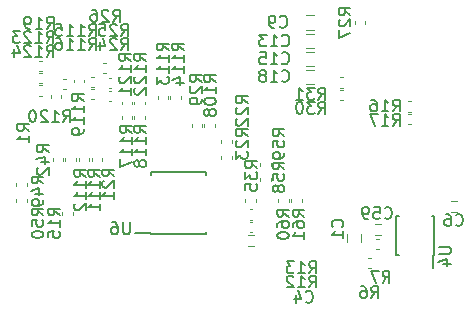
<source format=gbr>
G04 #@! TF.GenerationSoftware,KiCad,Pcbnew,(5.1.5)-3*
G04 #@! TF.CreationDate,2022-01-27T06:12:11+01:00*
G04 #@! TF.ProjectId,Riser Tioga Pass 1OU 1xPCIe x16,52697365-7220-4546-996f-676120506173,rev?*
G04 #@! TF.SameCoordinates,PX40f1fa0PY623a7c0*
G04 #@! TF.FileFunction,Legend,Bot*
G04 #@! TF.FilePolarity,Positive*
%FSLAX46Y46*%
G04 Gerber Fmt 4.6, Leading zero omitted, Abs format (unit mm)*
G04 Created by KiCad (PCBNEW (5.1.5)-3) date 2022-01-27 06:12:11*
%MOMM*%
%LPD*%
G04 APERTURE LIST*
%ADD10C,0.120000*%
%ADD11C,0.150000*%
G04 APERTURE END LIST*
D10*
X690000Y-6505000D02*
X690000Y-6745000D01*
X-190000Y-6745000D02*
X-190000Y-6505000D01*
X2575000Y-15470000D02*
X2075000Y-15470000D01*
X2075000Y-14530000D02*
X2575000Y-14530000D01*
X19775000Y-12545000D02*
X19275000Y-12545000D01*
X19275000Y-11605000D02*
X19775000Y-11605000D01*
X12825000Y-13605000D02*
X13325000Y-13605000D01*
X13325000Y-14545000D02*
X12825000Y-14545000D01*
X10475000Y-14425000D02*
X10475000Y-15125000D01*
X11675000Y-15125000D02*
X11675000Y-14425000D01*
X7650000Y4075000D02*
X6950000Y4075000D01*
X6950000Y2875000D02*
X7650000Y2875000D01*
X6950000Y1325000D02*
X7650000Y1325000D01*
X7650000Y2525000D02*
X6950000Y2525000D01*
X6950000Y-200000D02*
X7650000Y-200000D01*
X7650000Y1000000D02*
X6950000Y1000000D01*
X7675000Y-550000D02*
X6975000Y-550000D01*
X6975000Y-1750000D02*
X7675000Y-1750000D01*
D11*
X-6100000Y-14325000D02*
X-7450000Y-14325000D01*
X-6100000Y-9200000D02*
X-1450000Y-9200000D01*
X-6100000Y-14450000D02*
X-1450000Y-14450000D01*
X-6100000Y-9200000D02*
X-6100000Y-9425000D01*
X-1450000Y-9200000D02*
X-1450000Y-9425000D01*
X-1450000Y-14450000D02*
X-1450000Y-14225000D01*
X-6100000Y-14450000D02*
X-6100000Y-14325000D01*
D10*
X-13735000Y-2680000D02*
X-13735000Y-2920000D01*
X-14615000Y-2920000D02*
X-14615000Y-2680000D01*
X12230000Y-16435000D02*
X12470000Y-16435000D01*
X12470000Y-17315000D02*
X12230000Y-17315000D01*
X13195000Y-15740000D02*
X12955000Y-15740000D01*
X12955000Y-14860000D02*
X13195000Y-14860000D01*
X2205000Y-13410000D02*
X2445000Y-13410000D01*
X2445000Y-14290000D02*
X2205000Y-14290000D01*
X2445000Y-13215000D02*
X2205000Y-13215000D01*
X2205000Y-12335000D02*
X2445000Y-12335000D01*
X-13640000Y-12855000D02*
X-13640000Y-12615000D01*
X-12760000Y-12615000D02*
X-12760000Y-12855000D01*
X15630000Y-3185000D02*
X15870000Y-3185000D01*
X15870000Y-4065000D02*
X15630000Y-4065000D01*
X15870000Y-5140000D02*
X15630000Y-5140000D01*
X15630000Y-4260000D02*
X15870000Y-4260000D01*
X-15355000Y-640000D02*
X-15595000Y-640000D01*
X-15595000Y240000D02*
X-15355000Y240000D01*
X-11165000Y-8270000D02*
X-11165000Y-8030000D01*
X-10285000Y-8030000D02*
X-10285000Y-8270000D01*
X-190000Y-8045000D02*
X-190000Y-7805000D01*
X690000Y-7805000D02*
X690000Y-8045000D01*
X-9480000Y-3215000D02*
X-9720000Y-3215000D01*
X-9720000Y-2335000D02*
X-9480000Y-2335000D01*
X-9720000Y-1235000D02*
X-9480000Y-1235000D01*
X-9480000Y-2115000D02*
X-9720000Y-2115000D01*
X-9930000Y-815000D02*
X-10170000Y-815000D01*
X-10170000Y65000D02*
X-9930000Y65000D01*
X11990000Y3570000D02*
X11990000Y3330000D01*
X11110000Y3330000D02*
X11110000Y3570000D01*
X-2690000Y-5335000D02*
X-2690000Y-5095000D01*
X-1810000Y-5095000D02*
X-1810000Y-5335000D01*
X10145000Y-3115000D02*
X9905000Y-3115000D01*
X9905000Y-2235000D02*
X10145000Y-2235000D01*
X9905000Y-1185000D02*
X10145000Y-1185000D01*
X10145000Y-2065000D02*
X9905000Y-2065000D01*
X1835000Y-11695000D02*
X1835000Y-11455000D01*
X2715000Y-11455000D02*
X2715000Y-11695000D01*
X-13560000Y-8030000D02*
X-13560000Y-8270000D01*
X-14440000Y-8270000D02*
X-14440000Y-8030000D01*
X-16660000Y-10130000D02*
X-16660000Y-10370000D01*
X-17540000Y-10370000D02*
X-17540000Y-10130000D01*
X-17540000Y-11720000D02*
X-17540000Y-11480000D01*
X-16660000Y-11480000D02*
X-16660000Y-11720000D01*
X3135000Y-9970000D02*
X3135000Y-9730000D01*
X4015000Y-9730000D02*
X4015000Y-9970000D01*
X4015000Y-8455000D02*
X4015000Y-8695000D01*
X3135000Y-8695000D02*
X3135000Y-8455000D01*
X4660000Y-11720000D02*
X4660000Y-11480000D01*
X5540000Y-11480000D02*
X5540000Y-11720000D01*
X5735000Y-11720000D02*
X5735000Y-11480000D01*
X6615000Y-11480000D02*
X6615000Y-11720000D01*
X-735000Y-5105000D02*
X-735000Y-5345000D01*
X-1615000Y-5345000D02*
X-1615000Y-5105000D01*
X-11360000Y-8030000D02*
X-11360000Y-8270000D01*
X-12240000Y-8270000D02*
X-12240000Y-8030000D01*
X-13390000Y-8270000D02*
X-13390000Y-8030000D01*
X-12510000Y-8030000D02*
X-12510000Y-8270000D01*
X-5565000Y-3020000D02*
X-5565000Y-2780000D01*
X-4685000Y-2780000D02*
X-4685000Y-3020000D01*
X-4515000Y-3020000D02*
X-4515000Y-2780000D01*
X-3635000Y-2780000D02*
X-3635000Y-3020000D01*
X-10980000Y-1990000D02*
X-11220000Y-1990000D01*
X-11220000Y-1110000D02*
X-10980000Y-1110000D01*
X-10980000Y-3040000D02*
X-11220000Y-3040000D01*
X-11220000Y-2160000D02*
X-10980000Y-2160000D01*
X-7735000Y-4480000D02*
X-7735000Y-4720000D01*
X-8615000Y-4720000D02*
X-8615000Y-4480000D01*
X-6685000Y-4480000D02*
X-6685000Y-4720000D01*
X-7565000Y-4720000D02*
X-7565000Y-4480000D01*
X-11785000Y-1355000D02*
X-11785000Y-1595000D01*
X-12665000Y-1595000D02*
X-12665000Y-1355000D01*
X-13365000Y-2165000D02*
X-13605000Y-2165000D01*
X-13605000Y-1285000D02*
X-13365000Y-1285000D01*
X-8615000Y-3470000D02*
X-8615000Y-3230000D01*
X-7735000Y-3230000D02*
X-7735000Y-3470000D01*
X-7565000Y-3470000D02*
X-7565000Y-3230000D01*
X-6685000Y-3230000D02*
X-6685000Y-3470000D01*
X-15355000Y-1690000D02*
X-15595000Y-1690000D01*
X-15595000Y-810000D02*
X-15355000Y-810000D01*
X-15355000Y-2740000D02*
X-15595000Y-2740000D01*
X-15595000Y-1860000D02*
X-15355000Y-1860000D01*
D11*
X17725000Y-16200000D02*
X17725000Y-17275000D01*
X14600000Y-16200000D02*
X14600000Y-12950000D01*
X17850000Y-16200000D02*
X17850000Y-12950000D01*
X14600000Y-16200000D02*
X14825000Y-16200000D01*
X14600000Y-12950000D02*
X14825000Y-12950000D01*
X17850000Y-12950000D02*
X17625000Y-12950000D01*
X17850000Y-16200000D02*
X17725000Y-16200000D01*
X2052380Y-3357142D02*
X1576190Y-3023809D01*
X2052380Y-2785714D02*
X1052380Y-2785714D01*
X1052380Y-3166666D01*
X1100000Y-3261904D01*
X1147619Y-3309523D01*
X1242857Y-3357142D01*
X1385714Y-3357142D01*
X1480952Y-3309523D01*
X1528571Y-3261904D01*
X1576190Y-3166666D01*
X1576190Y-2785714D01*
X1147619Y-3738095D02*
X1100000Y-3785714D01*
X1052380Y-3880952D01*
X1052380Y-4119047D01*
X1100000Y-4214285D01*
X1147619Y-4261904D01*
X1242857Y-4309523D01*
X1338095Y-4309523D01*
X1480952Y-4261904D01*
X2052380Y-3690476D01*
X2052380Y-4309523D01*
X1147619Y-4690476D02*
X1100000Y-4738095D01*
X1052380Y-4833333D01*
X1052380Y-5071428D01*
X1100000Y-5166666D01*
X1147619Y-5214285D01*
X1242857Y-5261904D01*
X1338095Y-5261904D01*
X1480952Y-5214285D01*
X2052380Y-4642857D01*
X2052380Y-5261904D01*
X6966666Y-20157142D02*
X7014285Y-20204761D01*
X7157142Y-20252380D01*
X7252380Y-20252380D01*
X7395238Y-20204761D01*
X7490476Y-20109523D01*
X7538095Y-20014285D01*
X7585714Y-19823809D01*
X7585714Y-19680952D01*
X7538095Y-19490476D01*
X7490476Y-19395238D01*
X7395238Y-19300000D01*
X7252380Y-19252380D01*
X7157142Y-19252380D01*
X7014285Y-19300000D01*
X6966666Y-19347619D01*
X6109523Y-19585714D02*
X6109523Y-20252380D01*
X6347619Y-19204761D02*
X6585714Y-19919047D01*
X5966666Y-19919047D01*
X19666666Y-13657142D02*
X19714285Y-13704761D01*
X19857142Y-13752380D01*
X19952380Y-13752380D01*
X20095238Y-13704761D01*
X20190476Y-13609523D01*
X20238095Y-13514285D01*
X20285714Y-13323809D01*
X20285714Y-13180952D01*
X20238095Y-12990476D01*
X20190476Y-12895238D01*
X20095238Y-12800000D01*
X19952380Y-12752380D01*
X19857142Y-12752380D01*
X19714285Y-12800000D01*
X19666666Y-12847619D01*
X18809523Y-12752380D02*
X19000000Y-12752380D01*
X19095238Y-12800000D01*
X19142857Y-12847619D01*
X19238095Y-12990476D01*
X19285714Y-13180952D01*
X19285714Y-13561904D01*
X19238095Y-13657142D01*
X19190476Y-13704761D01*
X19095238Y-13752380D01*
X18904761Y-13752380D01*
X18809523Y-13704761D01*
X18761904Y-13657142D01*
X18714285Y-13561904D01*
X18714285Y-13323809D01*
X18761904Y-13228571D01*
X18809523Y-13180952D01*
X18904761Y-13133333D01*
X19095238Y-13133333D01*
X19190476Y-13180952D01*
X19238095Y-13228571D01*
X19285714Y-13323809D01*
X13642857Y-13057142D02*
X13690476Y-13104761D01*
X13833333Y-13152380D01*
X13928571Y-13152380D01*
X14071428Y-13104761D01*
X14166666Y-13009523D01*
X14214285Y-12914285D01*
X14261904Y-12723809D01*
X14261904Y-12580952D01*
X14214285Y-12390476D01*
X14166666Y-12295238D01*
X14071428Y-12200000D01*
X13928571Y-12152380D01*
X13833333Y-12152380D01*
X13690476Y-12200000D01*
X13642857Y-12247619D01*
X12738095Y-12152380D02*
X13214285Y-12152380D01*
X13261904Y-12628571D01*
X13214285Y-12580952D01*
X13119047Y-12533333D01*
X12880952Y-12533333D01*
X12785714Y-12580952D01*
X12738095Y-12628571D01*
X12690476Y-12723809D01*
X12690476Y-12961904D01*
X12738095Y-13057142D01*
X12785714Y-13104761D01*
X12880952Y-13152380D01*
X13119047Y-13152380D01*
X13214285Y-13104761D01*
X13261904Y-13057142D01*
X12214285Y-13152380D02*
X12023809Y-13152380D01*
X11928571Y-13104761D01*
X11880952Y-13057142D01*
X11785714Y-12914285D01*
X11738095Y-12723809D01*
X11738095Y-12342857D01*
X11785714Y-12247619D01*
X11833333Y-12200000D01*
X11928571Y-12152380D01*
X12119047Y-12152380D01*
X12214285Y-12200000D01*
X12261904Y-12247619D01*
X12309523Y-12342857D01*
X12309523Y-12580952D01*
X12261904Y-12676190D01*
X12214285Y-12723809D01*
X12119047Y-12771428D01*
X11928571Y-12771428D01*
X11833333Y-12723809D01*
X11785714Y-12676190D01*
X11738095Y-12580952D01*
X10057142Y-13833333D02*
X10104761Y-13785714D01*
X10152380Y-13642857D01*
X10152380Y-13547619D01*
X10104761Y-13404761D01*
X10009523Y-13309523D01*
X9914285Y-13261904D01*
X9723809Y-13214285D01*
X9580952Y-13214285D01*
X9390476Y-13261904D01*
X9295238Y-13309523D01*
X9200000Y-13404761D01*
X9152380Y-13547619D01*
X9152380Y-13642857D01*
X9200000Y-13785714D01*
X9247619Y-13833333D01*
X10152380Y-14785714D02*
X10152380Y-14214285D01*
X10152380Y-14500000D02*
X9152380Y-14500000D01*
X9295238Y-14404761D01*
X9390476Y-14309523D01*
X9438095Y-14214285D01*
X4766666Y3142858D02*
X4814285Y3095239D01*
X4957142Y3047620D01*
X5052380Y3047620D01*
X5195238Y3095239D01*
X5290476Y3190477D01*
X5338095Y3285715D01*
X5385714Y3476191D01*
X5385714Y3619048D01*
X5338095Y3809524D01*
X5290476Y3904762D01*
X5195238Y4000000D01*
X5052380Y4047620D01*
X4957142Y4047620D01*
X4814285Y4000000D01*
X4766666Y3952381D01*
X4290476Y3047620D02*
X4100000Y3047620D01*
X4004761Y3095239D01*
X3957142Y3142858D01*
X3861904Y3285715D01*
X3814285Y3476191D01*
X3814285Y3857143D01*
X3861904Y3952381D01*
X3909523Y4000000D01*
X4004761Y4047620D01*
X4195238Y4047620D01*
X4290476Y4000000D01*
X4338095Y3952381D01*
X4385714Y3857143D01*
X4385714Y3619048D01*
X4338095Y3523810D01*
X4290476Y3476191D01*
X4195238Y3428572D01*
X4004761Y3428572D01*
X3909523Y3476191D01*
X3861904Y3523810D01*
X3814285Y3619048D01*
X4942857Y1542858D02*
X4990476Y1495239D01*
X5133333Y1447620D01*
X5228571Y1447620D01*
X5371428Y1495239D01*
X5466666Y1590477D01*
X5514285Y1685715D01*
X5561904Y1876191D01*
X5561904Y2019048D01*
X5514285Y2209524D01*
X5466666Y2304762D01*
X5371428Y2400000D01*
X5228571Y2447620D01*
X5133333Y2447620D01*
X4990476Y2400000D01*
X4942857Y2352381D01*
X3990476Y1447620D02*
X4561904Y1447620D01*
X4276190Y1447620D02*
X4276190Y2447620D01*
X4371428Y2304762D01*
X4466666Y2209524D01*
X4561904Y2161905D01*
X3657142Y2447620D02*
X3038095Y2447620D01*
X3371428Y2066667D01*
X3228571Y2066667D01*
X3133333Y2019048D01*
X3085714Y1971429D01*
X3038095Y1876191D01*
X3038095Y1638096D01*
X3085714Y1542858D01*
X3133333Y1495239D01*
X3228571Y1447620D01*
X3514285Y1447620D01*
X3609523Y1495239D01*
X3657142Y1542858D01*
X4942857Y42858D02*
X4990476Y-4761D01*
X5133333Y-52380D01*
X5228571Y-52380D01*
X5371428Y-4761D01*
X5466666Y90477D01*
X5514285Y185715D01*
X5561904Y376191D01*
X5561904Y519048D01*
X5514285Y709524D01*
X5466666Y804762D01*
X5371428Y900000D01*
X5228571Y947620D01*
X5133333Y947620D01*
X4990476Y900000D01*
X4942857Y852381D01*
X3990476Y-52380D02*
X4561904Y-52380D01*
X4276190Y-52380D02*
X4276190Y947620D01*
X4371428Y804762D01*
X4466666Y709524D01*
X4561904Y661905D01*
X3085714Y947620D02*
X3561904Y947620D01*
X3609523Y471429D01*
X3561904Y519048D01*
X3466666Y566667D01*
X3228571Y566667D01*
X3133333Y519048D01*
X3085714Y471429D01*
X3038095Y376191D01*
X3038095Y138096D01*
X3085714Y42858D01*
X3133333Y-4761D01*
X3228571Y-52380D01*
X3466666Y-52380D01*
X3561904Y-4761D01*
X3609523Y42858D01*
X4942857Y-1457142D02*
X4990476Y-1504761D01*
X5133333Y-1552380D01*
X5228571Y-1552380D01*
X5371428Y-1504761D01*
X5466666Y-1409523D01*
X5514285Y-1314285D01*
X5561904Y-1123809D01*
X5561904Y-980952D01*
X5514285Y-790476D01*
X5466666Y-695238D01*
X5371428Y-600000D01*
X5228571Y-552380D01*
X5133333Y-552380D01*
X4990476Y-600000D01*
X4942857Y-647619D01*
X3990476Y-1552380D02*
X4561904Y-1552380D01*
X4276190Y-1552380D02*
X4276190Y-552380D01*
X4371428Y-695238D01*
X4466666Y-790476D01*
X4561904Y-838095D01*
X3419047Y-980952D02*
X3514285Y-933333D01*
X3561904Y-885714D01*
X3609523Y-790476D01*
X3609523Y-742857D01*
X3561904Y-647619D01*
X3514285Y-600000D01*
X3419047Y-552380D01*
X3228571Y-552380D01*
X3133333Y-600000D01*
X3085714Y-647619D01*
X3038095Y-742857D01*
X3038095Y-790476D01*
X3085714Y-885714D01*
X3133333Y-933333D01*
X3228571Y-980952D01*
X3419047Y-980952D01*
X3514285Y-1028571D01*
X3561904Y-1076190D01*
X3609523Y-1171428D01*
X3609523Y-1361904D01*
X3561904Y-1457142D01*
X3514285Y-1504761D01*
X3419047Y-1552380D01*
X3228571Y-1552380D01*
X3133333Y-1504761D01*
X3085714Y-1457142D01*
X3038095Y-1361904D01*
X3038095Y-1171428D01*
X3085714Y-1076190D01*
X3133333Y-1028571D01*
X3228571Y-980952D01*
X-7938096Y-13452380D02*
X-7938096Y-14261904D01*
X-7985715Y-14357142D01*
X-8033334Y-14404761D01*
X-8128572Y-14452380D01*
X-8319048Y-14452380D01*
X-8414286Y-14404761D01*
X-8461905Y-14357142D01*
X-8509524Y-14261904D01*
X-8509524Y-13452380D01*
X-9414286Y-13452380D02*
X-9223810Y-13452380D01*
X-9128572Y-13500000D01*
X-9080953Y-13547619D01*
X-8985715Y-13690476D01*
X-8938096Y-13880952D01*
X-8938096Y-14261904D01*
X-8985715Y-14357142D01*
X-9033334Y-14404761D01*
X-9128572Y-14452380D01*
X-9319048Y-14452380D01*
X-9414286Y-14404761D01*
X-9461905Y-14357142D01*
X-9509524Y-14261904D01*
X-9509524Y-14023809D01*
X-9461905Y-13928571D01*
X-9414286Y-13880952D01*
X-9319048Y-13833333D01*
X-9128572Y-13833333D01*
X-9033334Y-13880952D01*
X-8985715Y-13928571D01*
X-8938096Y-14023809D01*
X-16447620Y-5733333D02*
X-16923810Y-5400000D01*
X-16447620Y-5161904D02*
X-17447620Y-5161904D01*
X-17447620Y-5542857D01*
X-17400000Y-5638095D01*
X-17352381Y-5685714D01*
X-17257143Y-5733333D01*
X-17114286Y-5733333D01*
X-17019048Y-5685714D01*
X-16971429Y-5638095D01*
X-16923810Y-5542857D01*
X-16923810Y-5161904D01*
X-16447620Y-6685714D02*
X-16447620Y-6114285D01*
X-16447620Y-6400000D02*
X-17447620Y-6400000D01*
X-17304762Y-6304761D01*
X-17209524Y-6209523D01*
X-17161905Y-6114285D01*
X12516666Y-19852380D02*
X12850000Y-19376190D01*
X13088095Y-19852380D02*
X13088095Y-18852380D01*
X12707142Y-18852380D01*
X12611904Y-18900000D01*
X12564285Y-18947619D01*
X12516666Y-19042857D01*
X12516666Y-19185714D01*
X12564285Y-19280952D01*
X12611904Y-19328571D01*
X12707142Y-19376190D01*
X13088095Y-19376190D01*
X11659523Y-18852380D02*
X11850000Y-18852380D01*
X11945238Y-18900000D01*
X11992857Y-18947619D01*
X12088095Y-19090476D01*
X12135714Y-19280952D01*
X12135714Y-19661904D01*
X12088095Y-19757142D01*
X12040476Y-19804761D01*
X11945238Y-19852380D01*
X11754761Y-19852380D01*
X11659523Y-19804761D01*
X11611904Y-19757142D01*
X11564285Y-19661904D01*
X11564285Y-19423809D01*
X11611904Y-19328571D01*
X11659523Y-19280952D01*
X11754761Y-19233333D01*
X11945238Y-19233333D01*
X12040476Y-19280952D01*
X12088095Y-19328571D01*
X12135714Y-19423809D01*
X13466666Y-18552380D02*
X13800000Y-18076190D01*
X14038095Y-18552380D02*
X14038095Y-17552380D01*
X13657142Y-17552380D01*
X13561904Y-17600000D01*
X13514285Y-17647619D01*
X13466666Y-17742857D01*
X13466666Y-17885714D01*
X13514285Y-17980952D01*
X13561904Y-18028571D01*
X13657142Y-18076190D01*
X14038095Y-18076190D01*
X13133333Y-17552380D02*
X12466666Y-17552380D01*
X12895238Y-18552380D01*
X7242857Y-18952380D02*
X7576190Y-18476190D01*
X7814285Y-18952380D02*
X7814285Y-17952380D01*
X7433333Y-17952380D01*
X7338095Y-18000000D01*
X7290476Y-18047619D01*
X7242857Y-18142857D01*
X7242857Y-18285714D01*
X7290476Y-18380952D01*
X7338095Y-18428571D01*
X7433333Y-18476190D01*
X7814285Y-18476190D01*
X6290476Y-18952380D02*
X6861904Y-18952380D01*
X6576190Y-18952380D02*
X6576190Y-17952380D01*
X6671428Y-18095238D01*
X6766666Y-18190476D01*
X6861904Y-18238095D01*
X5909523Y-18047619D02*
X5861904Y-18000000D01*
X5766666Y-17952380D01*
X5528571Y-17952380D01*
X5433333Y-18000000D01*
X5385714Y-18047619D01*
X5338095Y-18142857D01*
X5338095Y-18238095D01*
X5385714Y-18380952D01*
X5957142Y-18952380D01*
X5338095Y-18952380D01*
X7242857Y-17752380D02*
X7576190Y-17276190D01*
X7814285Y-17752380D02*
X7814285Y-16752380D01*
X7433333Y-16752380D01*
X7338095Y-16800000D01*
X7290476Y-16847619D01*
X7242857Y-16942857D01*
X7242857Y-17085714D01*
X7290476Y-17180952D01*
X7338095Y-17228571D01*
X7433333Y-17276190D01*
X7814285Y-17276190D01*
X6290476Y-17752380D02*
X6861904Y-17752380D01*
X6576190Y-17752380D02*
X6576190Y-16752380D01*
X6671428Y-16895238D01*
X6766666Y-16990476D01*
X6861904Y-17038095D01*
X5957142Y-16752380D02*
X5338095Y-16752380D01*
X5671428Y-17133333D01*
X5528571Y-17133333D01*
X5433333Y-17180952D01*
X5385714Y-17228571D01*
X5338095Y-17323809D01*
X5338095Y-17561904D01*
X5385714Y-17657142D01*
X5433333Y-17704761D01*
X5528571Y-17752380D01*
X5814285Y-17752380D01*
X5909523Y-17704761D01*
X5957142Y-17657142D01*
X-13847620Y-12857142D02*
X-14323810Y-12523809D01*
X-13847620Y-12285714D02*
X-14847620Y-12285714D01*
X-14847620Y-12666666D01*
X-14800000Y-12761904D01*
X-14752381Y-12809523D01*
X-14657143Y-12857142D01*
X-14514286Y-12857142D01*
X-14419048Y-12809523D01*
X-14371429Y-12761904D01*
X-14323810Y-12666666D01*
X-14323810Y-12285714D01*
X-13847620Y-13809523D02*
X-13847620Y-13238095D01*
X-13847620Y-13523809D02*
X-14847620Y-13523809D01*
X-14704762Y-13428571D01*
X-14609524Y-13333333D01*
X-14561905Y-13238095D01*
X-14847620Y-14714285D02*
X-14847620Y-14238095D01*
X-14371429Y-14190476D01*
X-14419048Y-14238095D01*
X-14466667Y-14333333D01*
X-14466667Y-14571428D01*
X-14419048Y-14666666D01*
X-14371429Y-14714285D01*
X-14276191Y-14761904D01*
X-14038096Y-14761904D01*
X-13942858Y-14714285D01*
X-13895239Y-14666666D01*
X-13847620Y-14571428D01*
X-13847620Y-14333333D01*
X-13895239Y-14238095D01*
X-13942858Y-14190476D01*
X14342857Y-4052380D02*
X14676190Y-3576190D01*
X14914285Y-4052380D02*
X14914285Y-3052380D01*
X14533333Y-3052380D01*
X14438095Y-3100000D01*
X14390476Y-3147619D01*
X14342857Y-3242857D01*
X14342857Y-3385714D01*
X14390476Y-3480952D01*
X14438095Y-3528571D01*
X14533333Y-3576190D01*
X14914285Y-3576190D01*
X13390476Y-4052380D02*
X13961904Y-4052380D01*
X13676190Y-4052380D02*
X13676190Y-3052380D01*
X13771428Y-3195238D01*
X13866666Y-3290476D01*
X13961904Y-3338095D01*
X12533333Y-3052380D02*
X12723809Y-3052380D01*
X12819047Y-3100000D01*
X12866666Y-3147619D01*
X12961904Y-3290476D01*
X13009523Y-3480952D01*
X13009523Y-3861904D01*
X12961904Y-3957142D01*
X12914285Y-4004761D01*
X12819047Y-4052380D01*
X12628571Y-4052380D01*
X12533333Y-4004761D01*
X12485714Y-3957142D01*
X12438095Y-3861904D01*
X12438095Y-3623809D01*
X12485714Y-3528571D01*
X12533333Y-3480952D01*
X12628571Y-3433333D01*
X12819047Y-3433333D01*
X12914285Y-3480952D01*
X12961904Y-3528571D01*
X13009523Y-3623809D01*
X14342857Y-5252380D02*
X14676190Y-4776190D01*
X14914285Y-5252380D02*
X14914285Y-4252380D01*
X14533333Y-4252380D01*
X14438095Y-4300000D01*
X14390476Y-4347619D01*
X14342857Y-4442857D01*
X14342857Y-4585714D01*
X14390476Y-4680952D01*
X14438095Y-4728571D01*
X14533333Y-4776190D01*
X14914285Y-4776190D01*
X13390476Y-5252380D02*
X13961904Y-5252380D01*
X13676190Y-5252380D02*
X13676190Y-4252380D01*
X13771428Y-4395238D01*
X13866666Y-4490476D01*
X13961904Y-4538095D01*
X13057142Y-4252380D02*
X12390476Y-4252380D01*
X12819047Y-5252380D01*
X-14957143Y2947620D02*
X-14623810Y3423810D01*
X-14385715Y2947620D02*
X-14385715Y3947620D01*
X-14766667Y3947620D01*
X-14861905Y3900000D01*
X-14909524Y3852381D01*
X-14957143Y3757143D01*
X-14957143Y3614286D01*
X-14909524Y3519048D01*
X-14861905Y3471429D01*
X-14766667Y3423810D01*
X-14385715Y3423810D01*
X-15909524Y2947620D02*
X-15338096Y2947620D01*
X-15623810Y2947620D02*
X-15623810Y3947620D01*
X-15528572Y3804762D01*
X-15433334Y3709524D01*
X-15338096Y3661905D01*
X-16385715Y2947620D02*
X-16576191Y2947620D01*
X-16671429Y2995239D01*
X-16719048Y3042858D01*
X-16814286Y3185715D01*
X-16861905Y3376191D01*
X-16861905Y3757143D01*
X-16814286Y3852381D01*
X-16766667Y3900000D01*
X-16671429Y3947620D01*
X-16480953Y3947620D01*
X-16385715Y3900000D01*
X-16338096Y3852381D01*
X-16290477Y3757143D01*
X-16290477Y3519048D01*
X-16338096Y3423810D01*
X-16385715Y3376191D01*
X-16480953Y3328572D01*
X-16671429Y3328572D01*
X-16766667Y3376191D01*
X-16814286Y3423810D01*
X-16861905Y3519048D01*
X-9247620Y-9557142D02*
X-9723810Y-9223809D01*
X-9247620Y-8985714D02*
X-10247620Y-8985714D01*
X-10247620Y-9366666D01*
X-10200000Y-9461904D01*
X-10152381Y-9509523D01*
X-10057143Y-9557142D01*
X-9914286Y-9557142D01*
X-9819048Y-9509523D01*
X-9771429Y-9461904D01*
X-9723810Y-9366666D01*
X-9723810Y-8985714D01*
X-10152381Y-9938095D02*
X-10200000Y-9985714D01*
X-10247620Y-10080952D01*
X-10247620Y-10319047D01*
X-10200000Y-10414285D01*
X-10152381Y-10461904D01*
X-10057143Y-10509523D01*
X-9961905Y-10509523D01*
X-9819048Y-10461904D01*
X-9247620Y-9890476D01*
X-9247620Y-10509523D01*
X-9247620Y-11461904D02*
X-9247620Y-10890476D01*
X-9247620Y-11176190D02*
X-10247620Y-11176190D01*
X-10104762Y-11080952D01*
X-10009524Y-10985714D01*
X-9961905Y-10890476D01*
X2052380Y-6157142D02*
X1576190Y-5823809D01*
X2052380Y-5585714D02*
X1052380Y-5585714D01*
X1052380Y-5966666D01*
X1100000Y-6061904D01*
X1147619Y-6109523D01*
X1242857Y-6157142D01*
X1385714Y-6157142D01*
X1480952Y-6109523D01*
X1528571Y-6061904D01*
X1576190Y-5966666D01*
X1576190Y-5585714D01*
X1147619Y-6538095D02*
X1100000Y-6585714D01*
X1052380Y-6680952D01*
X1052380Y-6919047D01*
X1100000Y-7014285D01*
X1147619Y-7061904D01*
X1242857Y-7109523D01*
X1338095Y-7109523D01*
X1480952Y-7061904D01*
X2052380Y-6490476D01*
X2052380Y-7109523D01*
X1052380Y-7442857D02*
X1052380Y-8061904D01*
X1433333Y-7728571D01*
X1433333Y-7871428D01*
X1480952Y-7966666D01*
X1528571Y-8014285D01*
X1623809Y-8061904D01*
X1861904Y-8061904D01*
X1957142Y-8014285D01*
X2004761Y-7966666D01*
X2052380Y-7871428D01*
X2052380Y-7585714D01*
X2004761Y-7490476D01*
X1957142Y-7442857D01*
X-8657143Y1147620D02*
X-8323810Y1623810D01*
X-8085715Y1147620D02*
X-8085715Y2147620D01*
X-8466667Y2147620D01*
X-8561905Y2100000D01*
X-8609524Y2052381D01*
X-8657143Y1957143D01*
X-8657143Y1814286D01*
X-8609524Y1719048D01*
X-8561905Y1671429D01*
X-8466667Y1623810D01*
X-8085715Y1623810D01*
X-9038096Y2052381D02*
X-9085715Y2100000D01*
X-9180953Y2147620D01*
X-9419048Y2147620D01*
X-9514286Y2100000D01*
X-9561905Y2052381D01*
X-9609524Y1957143D01*
X-9609524Y1861905D01*
X-9561905Y1719048D01*
X-8990477Y1147620D01*
X-9609524Y1147620D01*
X-10466667Y1814286D02*
X-10466667Y1147620D01*
X-10228572Y2195239D02*
X-9990477Y1480953D01*
X-10609524Y1480953D01*
X-8657143Y2347620D02*
X-8323810Y2823810D01*
X-8085715Y2347620D02*
X-8085715Y3347620D01*
X-8466667Y3347620D01*
X-8561905Y3300000D01*
X-8609524Y3252381D01*
X-8657143Y3157143D01*
X-8657143Y3014286D01*
X-8609524Y2919048D01*
X-8561905Y2871429D01*
X-8466667Y2823810D01*
X-8085715Y2823810D01*
X-9038096Y3252381D02*
X-9085715Y3300000D01*
X-9180953Y3347620D01*
X-9419048Y3347620D01*
X-9514286Y3300000D01*
X-9561905Y3252381D01*
X-9609524Y3157143D01*
X-9609524Y3061905D01*
X-9561905Y2919048D01*
X-8990477Y2347620D01*
X-9609524Y2347620D01*
X-10514286Y3347620D02*
X-10038096Y3347620D01*
X-9990477Y2871429D01*
X-10038096Y2919048D01*
X-10133334Y2966667D01*
X-10371429Y2966667D01*
X-10466667Y2919048D01*
X-10514286Y2871429D01*
X-10561905Y2776191D01*
X-10561905Y2538096D01*
X-10514286Y2442858D01*
X-10466667Y2395239D01*
X-10371429Y2347620D01*
X-10133334Y2347620D01*
X-10038096Y2395239D01*
X-9990477Y2442858D01*
X-9357143Y3547620D02*
X-9023810Y4023810D01*
X-8785715Y3547620D02*
X-8785715Y4547620D01*
X-9166667Y4547620D01*
X-9261905Y4500000D01*
X-9309524Y4452381D01*
X-9357143Y4357143D01*
X-9357143Y4214286D01*
X-9309524Y4119048D01*
X-9261905Y4071429D01*
X-9166667Y4023810D01*
X-8785715Y4023810D01*
X-9738096Y4452381D02*
X-9785715Y4500000D01*
X-9880953Y4547620D01*
X-10119048Y4547620D01*
X-10214286Y4500000D01*
X-10261905Y4452381D01*
X-10309524Y4357143D01*
X-10309524Y4261905D01*
X-10261905Y4119048D01*
X-9690477Y3547620D01*
X-10309524Y3547620D01*
X-11166667Y4547620D02*
X-10976191Y4547620D01*
X-10880953Y4500000D01*
X-10833334Y4452381D01*
X-10738096Y4309524D01*
X-10690477Y4119048D01*
X-10690477Y3738096D01*
X-10738096Y3642858D01*
X-10785715Y3595239D01*
X-10880953Y3547620D01*
X-11071429Y3547620D01*
X-11166667Y3595239D01*
X-11214286Y3642858D01*
X-11261905Y3738096D01*
X-11261905Y3976191D01*
X-11214286Y4071429D01*
X-11166667Y4119048D01*
X-11071429Y4166667D01*
X-10880953Y4166667D01*
X-10785715Y4119048D01*
X-10738096Y4071429D01*
X-10690477Y3976191D01*
X10752380Y4092858D02*
X10276190Y4426191D01*
X10752380Y4664286D02*
X9752380Y4664286D01*
X9752380Y4283334D01*
X9800000Y4188096D01*
X9847619Y4140477D01*
X9942857Y4092858D01*
X10085714Y4092858D01*
X10180952Y4140477D01*
X10228571Y4188096D01*
X10276190Y4283334D01*
X10276190Y4664286D01*
X9847619Y3711905D02*
X9800000Y3664286D01*
X9752380Y3569048D01*
X9752380Y3330953D01*
X9800000Y3235715D01*
X9847619Y3188096D01*
X9942857Y3140477D01*
X10038095Y3140477D01*
X10180952Y3188096D01*
X10752380Y3759524D01*
X10752380Y3140477D01*
X9752380Y2807143D02*
X9752380Y2140477D01*
X10752380Y2569048D01*
X-1847620Y-1557142D02*
X-2323810Y-1223809D01*
X-1847620Y-985714D02*
X-2847620Y-985714D01*
X-2847620Y-1366666D01*
X-2800000Y-1461904D01*
X-2752381Y-1509523D01*
X-2657143Y-1557142D01*
X-2514286Y-1557142D01*
X-2419048Y-1509523D01*
X-2371429Y-1461904D01*
X-2323810Y-1366666D01*
X-2323810Y-985714D01*
X-2752381Y-1938095D02*
X-2800000Y-1985714D01*
X-2847620Y-2080952D01*
X-2847620Y-2319047D01*
X-2800000Y-2414285D01*
X-2752381Y-2461904D01*
X-2657143Y-2509523D01*
X-2561905Y-2509523D01*
X-2419048Y-2461904D01*
X-1847620Y-1890476D01*
X-1847620Y-2509523D01*
X-1847620Y-2985714D02*
X-1847620Y-3176190D01*
X-1895239Y-3271428D01*
X-1942858Y-3319047D01*
X-2085715Y-3414285D01*
X-2276191Y-3461904D01*
X-2657143Y-3461904D01*
X-2752381Y-3414285D01*
X-2800000Y-3366666D01*
X-2847620Y-3271428D01*
X-2847620Y-3080952D01*
X-2800000Y-2985714D01*
X-2752381Y-2938095D01*
X-2657143Y-2890476D01*
X-2419048Y-2890476D01*
X-2323810Y-2938095D01*
X-2276191Y-2985714D01*
X-2228572Y-3080952D01*
X-2228572Y-3271428D01*
X-2276191Y-3366666D01*
X-2323810Y-3414285D01*
X-2419048Y-3461904D01*
X8042857Y-4252380D02*
X8376190Y-3776190D01*
X8614285Y-4252380D02*
X8614285Y-3252380D01*
X8233333Y-3252380D01*
X8138095Y-3300000D01*
X8090476Y-3347619D01*
X8042857Y-3442857D01*
X8042857Y-3585714D01*
X8090476Y-3680952D01*
X8138095Y-3728571D01*
X8233333Y-3776190D01*
X8614285Y-3776190D01*
X7709523Y-3252380D02*
X7090476Y-3252380D01*
X7423809Y-3633333D01*
X7280952Y-3633333D01*
X7185714Y-3680952D01*
X7138095Y-3728571D01*
X7090476Y-3823809D01*
X7090476Y-4061904D01*
X7138095Y-4157142D01*
X7185714Y-4204761D01*
X7280952Y-4252380D01*
X7566666Y-4252380D01*
X7661904Y-4204761D01*
X7709523Y-4157142D01*
X6471428Y-3252380D02*
X6376190Y-3252380D01*
X6280952Y-3300000D01*
X6233333Y-3347619D01*
X6185714Y-3442857D01*
X6138095Y-3633333D01*
X6138095Y-3871428D01*
X6185714Y-4061904D01*
X6233333Y-4157142D01*
X6280952Y-4204761D01*
X6376190Y-4252380D01*
X6471428Y-4252380D01*
X6566666Y-4204761D01*
X6614285Y-4157142D01*
X6661904Y-4061904D01*
X6709523Y-3871428D01*
X6709523Y-3633333D01*
X6661904Y-3442857D01*
X6614285Y-3347619D01*
X6566666Y-3300000D01*
X6471428Y-3252380D01*
X8042857Y-3052380D02*
X8376190Y-2576190D01*
X8614285Y-3052380D02*
X8614285Y-2052380D01*
X8233333Y-2052380D01*
X8138095Y-2100000D01*
X8090476Y-2147619D01*
X8042857Y-2242857D01*
X8042857Y-2385714D01*
X8090476Y-2480952D01*
X8138095Y-2528571D01*
X8233333Y-2576190D01*
X8614285Y-2576190D01*
X7709523Y-2052380D02*
X7090476Y-2052380D01*
X7423809Y-2433333D01*
X7280952Y-2433333D01*
X7185714Y-2480952D01*
X7138095Y-2528571D01*
X7090476Y-2623809D01*
X7090476Y-2861904D01*
X7138095Y-2957142D01*
X7185714Y-3004761D01*
X7280952Y-3052380D01*
X7566666Y-3052380D01*
X7661904Y-3004761D01*
X7709523Y-2957142D01*
X6138095Y-3052380D02*
X6709523Y-3052380D01*
X6423809Y-3052380D02*
X6423809Y-2052380D01*
X6519047Y-2195238D01*
X6614285Y-2290476D01*
X6709523Y-2338095D01*
X2852380Y-8857142D02*
X2376190Y-8523809D01*
X2852380Y-8285714D02*
X1852380Y-8285714D01*
X1852380Y-8666666D01*
X1900000Y-8761904D01*
X1947619Y-8809523D01*
X2042857Y-8857142D01*
X2185714Y-8857142D01*
X2280952Y-8809523D01*
X2328571Y-8761904D01*
X2376190Y-8666666D01*
X2376190Y-8285714D01*
X1852380Y-9190476D02*
X1852380Y-9809523D01*
X2233333Y-9476190D01*
X2233333Y-9619047D01*
X2280952Y-9714285D01*
X2328571Y-9761904D01*
X2423809Y-9809523D01*
X2661904Y-9809523D01*
X2757142Y-9761904D01*
X2804761Y-9714285D01*
X2852380Y-9619047D01*
X2852380Y-9333333D01*
X2804761Y-9238095D01*
X2757142Y-9190476D01*
X1852380Y-10714285D02*
X1852380Y-10238095D01*
X2328571Y-10190476D01*
X2280952Y-10238095D01*
X2233333Y-10333333D01*
X2233333Y-10571428D01*
X2280952Y-10666666D01*
X2328571Y-10714285D01*
X2423809Y-10761904D01*
X2661904Y-10761904D01*
X2757142Y-10714285D01*
X2804761Y-10666666D01*
X2852380Y-10571428D01*
X2852380Y-10333333D01*
X2804761Y-10238095D01*
X2757142Y-10190476D01*
X-14797620Y-7507142D02*
X-15273810Y-7173809D01*
X-14797620Y-6935714D02*
X-15797620Y-6935714D01*
X-15797620Y-7316666D01*
X-15750000Y-7411904D01*
X-15702381Y-7459523D01*
X-15607143Y-7507142D01*
X-15464286Y-7507142D01*
X-15369048Y-7459523D01*
X-15321429Y-7411904D01*
X-15273810Y-7316666D01*
X-15273810Y-6935714D01*
X-15464286Y-8364285D02*
X-14797620Y-8364285D01*
X-15845239Y-8126190D02*
X-15130953Y-7888095D01*
X-15130953Y-8507142D01*
X-15702381Y-8840476D02*
X-15750000Y-8888095D01*
X-15797620Y-8983333D01*
X-15797620Y-9221428D01*
X-15750000Y-9316666D01*
X-15702381Y-9364285D01*
X-15607143Y-9411904D01*
X-15511905Y-9411904D01*
X-15369048Y-9364285D01*
X-14797620Y-8792857D01*
X-14797620Y-9411904D01*
X-15247620Y-10157142D02*
X-15723810Y-9823809D01*
X-15247620Y-9585714D02*
X-16247620Y-9585714D01*
X-16247620Y-9966666D01*
X-16200000Y-10061904D01*
X-16152381Y-10109523D01*
X-16057143Y-10157142D01*
X-15914286Y-10157142D01*
X-15819048Y-10109523D01*
X-15771429Y-10061904D01*
X-15723810Y-9966666D01*
X-15723810Y-9585714D01*
X-15914286Y-11014285D02*
X-15247620Y-11014285D01*
X-16295239Y-10776190D02*
X-15580953Y-10538095D01*
X-15580953Y-11157142D01*
X-15247620Y-11585714D02*
X-15247620Y-11776190D01*
X-15295239Y-11871428D01*
X-15342858Y-11919047D01*
X-15485715Y-12014285D01*
X-15676191Y-12061904D01*
X-16057143Y-12061904D01*
X-16152381Y-12014285D01*
X-16200000Y-11966666D01*
X-16247620Y-11871428D01*
X-16247620Y-11680952D01*
X-16200000Y-11585714D01*
X-16152381Y-11538095D01*
X-16057143Y-11490476D01*
X-15819048Y-11490476D01*
X-15723810Y-11538095D01*
X-15676191Y-11585714D01*
X-15628572Y-11680952D01*
X-15628572Y-11871428D01*
X-15676191Y-11966666D01*
X-15723810Y-12014285D01*
X-15819048Y-12061904D01*
X-15247620Y-12857142D02*
X-15723810Y-12523809D01*
X-15247620Y-12285714D02*
X-16247620Y-12285714D01*
X-16247620Y-12666666D01*
X-16200000Y-12761904D01*
X-16152381Y-12809523D01*
X-16057143Y-12857142D01*
X-15914286Y-12857142D01*
X-15819048Y-12809523D01*
X-15771429Y-12761904D01*
X-15723810Y-12666666D01*
X-15723810Y-12285714D01*
X-16247620Y-13761904D02*
X-16247620Y-13285714D01*
X-15771429Y-13238095D01*
X-15819048Y-13285714D01*
X-15866667Y-13380952D01*
X-15866667Y-13619047D01*
X-15819048Y-13714285D01*
X-15771429Y-13761904D01*
X-15676191Y-13809523D01*
X-15438096Y-13809523D01*
X-15342858Y-13761904D01*
X-15295239Y-13714285D01*
X-15247620Y-13619047D01*
X-15247620Y-13380952D01*
X-15295239Y-13285714D01*
X-15342858Y-13238095D01*
X-16247620Y-14428571D02*
X-16247620Y-14523809D01*
X-16200000Y-14619047D01*
X-16152381Y-14666666D01*
X-16057143Y-14714285D01*
X-15866667Y-14761904D01*
X-15628572Y-14761904D01*
X-15438096Y-14714285D01*
X-15342858Y-14666666D01*
X-15295239Y-14619047D01*
X-15247620Y-14523809D01*
X-15247620Y-14428571D01*
X-15295239Y-14333333D01*
X-15342858Y-14285714D01*
X-15438096Y-14238095D01*
X-15628572Y-14190476D01*
X-15866667Y-14190476D01*
X-16057143Y-14238095D01*
X-16152381Y-14285714D01*
X-16200000Y-14333333D01*
X-16247620Y-14428571D01*
X5152380Y-8957142D02*
X4676190Y-8623809D01*
X5152380Y-8385714D02*
X4152380Y-8385714D01*
X4152380Y-8766666D01*
X4200000Y-8861904D01*
X4247619Y-8909523D01*
X4342857Y-8957142D01*
X4485714Y-8957142D01*
X4580952Y-8909523D01*
X4628571Y-8861904D01*
X4676190Y-8766666D01*
X4676190Y-8385714D01*
X4152380Y-9861904D02*
X4152380Y-9385714D01*
X4628571Y-9338095D01*
X4580952Y-9385714D01*
X4533333Y-9480952D01*
X4533333Y-9719047D01*
X4580952Y-9814285D01*
X4628571Y-9861904D01*
X4723809Y-9909523D01*
X4961904Y-9909523D01*
X5057142Y-9861904D01*
X5104761Y-9814285D01*
X5152380Y-9719047D01*
X5152380Y-9480952D01*
X5104761Y-9385714D01*
X5057142Y-9338095D01*
X4580952Y-10480952D02*
X4533333Y-10385714D01*
X4485714Y-10338095D01*
X4390476Y-10290476D01*
X4342857Y-10290476D01*
X4247619Y-10338095D01*
X4200000Y-10385714D01*
X4152380Y-10480952D01*
X4152380Y-10671428D01*
X4200000Y-10766666D01*
X4247619Y-10814285D01*
X4342857Y-10861904D01*
X4390476Y-10861904D01*
X4485714Y-10814285D01*
X4533333Y-10766666D01*
X4580952Y-10671428D01*
X4580952Y-10480952D01*
X4628571Y-10385714D01*
X4676190Y-10338095D01*
X4771428Y-10290476D01*
X4961904Y-10290476D01*
X5057142Y-10338095D01*
X5104761Y-10385714D01*
X5152380Y-10480952D01*
X5152380Y-10671428D01*
X5104761Y-10766666D01*
X5057142Y-10814285D01*
X4961904Y-10861904D01*
X4771428Y-10861904D01*
X4676190Y-10814285D01*
X4628571Y-10766666D01*
X4580952Y-10671428D01*
X5152380Y-6157142D02*
X4676190Y-5823809D01*
X5152380Y-5585714D02*
X4152380Y-5585714D01*
X4152380Y-5966666D01*
X4200000Y-6061904D01*
X4247619Y-6109523D01*
X4342857Y-6157142D01*
X4485714Y-6157142D01*
X4580952Y-6109523D01*
X4628571Y-6061904D01*
X4676190Y-5966666D01*
X4676190Y-5585714D01*
X4152380Y-7061904D02*
X4152380Y-6585714D01*
X4628571Y-6538095D01*
X4580952Y-6585714D01*
X4533333Y-6680952D01*
X4533333Y-6919047D01*
X4580952Y-7014285D01*
X4628571Y-7061904D01*
X4723809Y-7109523D01*
X4961904Y-7109523D01*
X5057142Y-7061904D01*
X5104761Y-7014285D01*
X5152380Y-6919047D01*
X5152380Y-6680952D01*
X5104761Y-6585714D01*
X5057142Y-6538095D01*
X5152380Y-7585714D02*
X5152380Y-7776190D01*
X5104761Y-7871428D01*
X5057142Y-7919047D01*
X4914285Y-8014285D01*
X4723809Y-8061904D01*
X4342857Y-8061904D01*
X4247619Y-8014285D01*
X4200000Y-7966666D01*
X4152380Y-7871428D01*
X4152380Y-7680952D01*
X4200000Y-7585714D01*
X4247619Y-7538095D01*
X4342857Y-7490476D01*
X4580952Y-7490476D01*
X4676190Y-7538095D01*
X4723809Y-7585714D01*
X4771428Y-7680952D01*
X4771428Y-7871428D01*
X4723809Y-7966666D01*
X4676190Y-8014285D01*
X4580952Y-8061904D01*
X5552380Y-12957142D02*
X5076190Y-12623809D01*
X5552380Y-12385714D02*
X4552380Y-12385714D01*
X4552380Y-12766666D01*
X4600000Y-12861904D01*
X4647619Y-12909523D01*
X4742857Y-12957142D01*
X4885714Y-12957142D01*
X4980952Y-12909523D01*
X5028571Y-12861904D01*
X5076190Y-12766666D01*
X5076190Y-12385714D01*
X4552380Y-13814285D02*
X4552380Y-13623809D01*
X4600000Y-13528571D01*
X4647619Y-13480952D01*
X4790476Y-13385714D01*
X4980952Y-13338095D01*
X5361904Y-13338095D01*
X5457142Y-13385714D01*
X5504761Y-13433333D01*
X5552380Y-13528571D01*
X5552380Y-13719047D01*
X5504761Y-13814285D01*
X5457142Y-13861904D01*
X5361904Y-13909523D01*
X5123809Y-13909523D01*
X5028571Y-13861904D01*
X4980952Y-13814285D01*
X4933333Y-13719047D01*
X4933333Y-13528571D01*
X4980952Y-13433333D01*
X5028571Y-13385714D01*
X5123809Y-13338095D01*
X4552380Y-14528571D02*
X4552380Y-14623809D01*
X4600000Y-14719047D01*
X4647619Y-14766666D01*
X4742857Y-14814285D01*
X4933333Y-14861904D01*
X5171428Y-14861904D01*
X5361904Y-14814285D01*
X5457142Y-14766666D01*
X5504761Y-14719047D01*
X5552380Y-14623809D01*
X5552380Y-14528571D01*
X5504761Y-14433333D01*
X5457142Y-14385714D01*
X5361904Y-14338095D01*
X5171428Y-14290476D01*
X4933333Y-14290476D01*
X4742857Y-14338095D01*
X4647619Y-14385714D01*
X4600000Y-14433333D01*
X4552380Y-14528571D01*
X6852380Y-12957142D02*
X6376190Y-12623809D01*
X6852380Y-12385714D02*
X5852380Y-12385714D01*
X5852380Y-12766666D01*
X5900000Y-12861904D01*
X5947619Y-12909523D01*
X6042857Y-12957142D01*
X6185714Y-12957142D01*
X6280952Y-12909523D01*
X6328571Y-12861904D01*
X6376190Y-12766666D01*
X6376190Y-12385714D01*
X5852380Y-13814285D02*
X5852380Y-13623809D01*
X5900000Y-13528571D01*
X5947619Y-13480952D01*
X6090476Y-13385714D01*
X6280952Y-13338095D01*
X6661904Y-13338095D01*
X6757142Y-13385714D01*
X6804761Y-13433333D01*
X6852380Y-13528571D01*
X6852380Y-13719047D01*
X6804761Y-13814285D01*
X6757142Y-13861904D01*
X6661904Y-13909523D01*
X6423809Y-13909523D01*
X6328571Y-13861904D01*
X6280952Y-13814285D01*
X6233333Y-13719047D01*
X6233333Y-13528571D01*
X6280952Y-13433333D01*
X6328571Y-13385714D01*
X6423809Y-13338095D01*
X6852380Y-14861904D02*
X6852380Y-14290476D01*
X6852380Y-14576190D02*
X5852380Y-14576190D01*
X5995238Y-14480952D01*
X6090476Y-14385714D01*
X6138095Y-14290476D01*
X-647620Y-1580952D02*
X-1123810Y-1247619D01*
X-647620Y-1009523D02*
X-1647620Y-1009523D01*
X-1647620Y-1390476D01*
X-1600000Y-1485714D01*
X-1552381Y-1533333D01*
X-1457143Y-1580952D01*
X-1314286Y-1580952D01*
X-1219048Y-1533333D01*
X-1171429Y-1485714D01*
X-1123810Y-1390476D01*
X-1123810Y-1009523D01*
X-647620Y-2533333D02*
X-647620Y-1961904D01*
X-647620Y-2247619D02*
X-1647620Y-2247619D01*
X-1504762Y-2152380D01*
X-1409524Y-2057142D01*
X-1361905Y-1961904D01*
X-1647620Y-3152380D02*
X-1647620Y-3247619D01*
X-1600000Y-3342857D01*
X-1552381Y-3390476D01*
X-1457143Y-3438095D01*
X-1266667Y-3485714D01*
X-1028572Y-3485714D01*
X-838096Y-3438095D01*
X-742858Y-3390476D01*
X-695239Y-3342857D01*
X-647620Y-3247619D01*
X-647620Y-3152380D01*
X-695239Y-3057142D01*
X-742858Y-3009523D01*
X-838096Y-2961904D01*
X-1028572Y-2914285D01*
X-1266667Y-2914285D01*
X-1457143Y-2961904D01*
X-1552381Y-3009523D01*
X-1600000Y-3057142D01*
X-1647620Y-3152380D01*
X-1219048Y-4057142D02*
X-1266667Y-3961904D01*
X-1314286Y-3914285D01*
X-1409524Y-3866666D01*
X-1457143Y-3866666D01*
X-1552381Y-3914285D01*
X-1600000Y-3961904D01*
X-1647620Y-4057142D01*
X-1647620Y-4247619D01*
X-1600000Y-4342857D01*
X-1552381Y-4390476D01*
X-1457143Y-4438095D01*
X-1409524Y-4438095D01*
X-1314286Y-4390476D01*
X-1266667Y-4342857D01*
X-1219048Y-4247619D01*
X-1219048Y-4057142D01*
X-1171429Y-3961904D01*
X-1123810Y-3914285D01*
X-1028572Y-3866666D01*
X-838096Y-3866666D01*
X-742858Y-3914285D01*
X-695239Y-3961904D01*
X-647620Y-4057142D01*
X-647620Y-4247619D01*
X-695239Y-4342857D01*
X-742858Y-4390476D01*
X-838096Y-4438095D01*
X-1028572Y-4438095D01*
X-1123810Y-4390476D01*
X-1171429Y-4342857D01*
X-1219048Y-4247619D01*
X-10447620Y-9580952D02*
X-10923810Y-9247619D01*
X-10447620Y-9009523D02*
X-11447620Y-9009523D01*
X-11447620Y-9390476D01*
X-11400000Y-9485714D01*
X-11352381Y-9533333D01*
X-11257143Y-9580952D01*
X-11114286Y-9580952D01*
X-11019048Y-9533333D01*
X-10971429Y-9485714D01*
X-10923810Y-9390476D01*
X-10923810Y-9009523D01*
X-10447620Y-10533333D02*
X-10447620Y-9961904D01*
X-10447620Y-10247619D02*
X-11447620Y-10247619D01*
X-11304762Y-10152380D01*
X-11209524Y-10057142D01*
X-11161905Y-9961904D01*
X-10447620Y-11485714D02*
X-10447620Y-10914285D01*
X-10447620Y-11200000D02*
X-11447620Y-11200000D01*
X-11304762Y-11104761D01*
X-11209524Y-11009523D01*
X-11161905Y-10914285D01*
X-10447620Y-12438095D02*
X-10447620Y-11866666D01*
X-10447620Y-12152380D02*
X-11447620Y-12152380D01*
X-11304762Y-12057142D01*
X-11209524Y-11961904D01*
X-11161905Y-11866666D01*
X-11647620Y-9580952D02*
X-12123810Y-9247619D01*
X-11647620Y-9009523D02*
X-12647620Y-9009523D01*
X-12647620Y-9390476D01*
X-12600000Y-9485714D01*
X-12552381Y-9533333D01*
X-12457143Y-9580952D01*
X-12314286Y-9580952D01*
X-12219048Y-9533333D01*
X-12171429Y-9485714D01*
X-12123810Y-9390476D01*
X-12123810Y-9009523D01*
X-11647620Y-10533333D02*
X-11647620Y-9961904D01*
X-11647620Y-10247619D02*
X-12647620Y-10247619D01*
X-12504762Y-10152380D01*
X-12409524Y-10057142D01*
X-12361905Y-9961904D01*
X-11647620Y-11485714D02*
X-11647620Y-10914285D01*
X-11647620Y-11200000D02*
X-12647620Y-11200000D01*
X-12504762Y-11104761D01*
X-12409524Y-11009523D01*
X-12361905Y-10914285D01*
X-12552381Y-11866666D02*
X-12600000Y-11914285D01*
X-12647620Y-12009523D01*
X-12647620Y-12247619D01*
X-12600000Y-12342857D01*
X-12552381Y-12390476D01*
X-12457143Y-12438095D01*
X-12361905Y-12438095D01*
X-12219048Y-12390476D01*
X-11647620Y-11819047D01*
X-11647620Y-12438095D01*
X-4647620Y1119048D02*
X-5123810Y1452381D01*
X-4647620Y1690477D02*
X-5647620Y1690477D01*
X-5647620Y1309524D01*
X-5600000Y1214286D01*
X-5552381Y1166667D01*
X-5457143Y1119048D01*
X-5314286Y1119048D01*
X-5219048Y1166667D01*
X-5171429Y1214286D01*
X-5123810Y1309524D01*
X-5123810Y1690477D01*
X-4647620Y166667D02*
X-4647620Y738096D01*
X-4647620Y452381D02*
X-5647620Y452381D01*
X-5504762Y547620D01*
X-5409524Y642858D01*
X-5361905Y738096D01*
X-4647620Y-785714D02*
X-4647620Y-214285D01*
X-4647620Y-500000D02*
X-5647620Y-500000D01*
X-5504762Y-404761D01*
X-5409524Y-309523D01*
X-5361905Y-214285D01*
X-5647620Y-1119047D02*
X-5647620Y-1738095D01*
X-5266667Y-1404761D01*
X-5266667Y-1547619D01*
X-5219048Y-1642857D01*
X-5171429Y-1690476D01*
X-5076191Y-1738095D01*
X-4838096Y-1738095D01*
X-4742858Y-1690476D01*
X-4695239Y-1642857D01*
X-4647620Y-1547619D01*
X-4647620Y-1261904D01*
X-4695239Y-1166666D01*
X-4742858Y-1119047D01*
X-3347620Y1119048D02*
X-3823810Y1452381D01*
X-3347620Y1690477D02*
X-4347620Y1690477D01*
X-4347620Y1309524D01*
X-4300000Y1214286D01*
X-4252381Y1166667D01*
X-4157143Y1119048D01*
X-4014286Y1119048D01*
X-3919048Y1166667D01*
X-3871429Y1214286D01*
X-3823810Y1309524D01*
X-3823810Y1690477D01*
X-3347620Y166667D02*
X-3347620Y738096D01*
X-3347620Y452381D02*
X-4347620Y452381D01*
X-4204762Y547620D01*
X-4109524Y642858D01*
X-4061905Y738096D01*
X-3347620Y-785714D02*
X-3347620Y-214285D01*
X-3347620Y-500000D02*
X-4347620Y-500000D01*
X-4204762Y-404761D01*
X-4109524Y-309523D01*
X-4061905Y-214285D01*
X-4014286Y-1642857D02*
X-3347620Y-1642857D01*
X-4395239Y-1404761D02*
X-3680953Y-1166666D01*
X-3680953Y-1785714D01*
X-11380953Y2347620D02*
X-11047620Y2823810D01*
X-10809524Y2347620D02*
X-10809524Y3347620D01*
X-11190477Y3347620D01*
X-11285715Y3300000D01*
X-11333334Y3252381D01*
X-11380953Y3157143D01*
X-11380953Y3014286D01*
X-11333334Y2919048D01*
X-11285715Y2871429D01*
X-11190477Y2823810D01*
X-10809524Y2823810D01*
X-12333334Y2347620D02*
X-11761905Y2347620D01*
X-12047620Y2347620D02*
X-12047620Y3347620D01*
X-11952381Y3204762D01*
X-11857143Y3109524D01*
X-11761905Y3061905D01*
X-13285715Y2347620D02*
X-12714286Y2347620D01*
X-13000000Y2347620D02*
X-13000000Y3347620D01*
X-12904762Y3204762D01*
X-12809524Y3109524D01*
X-12714286Y3061905D01*
X-14190477Y3347620D02*
X-13714286Y3347620D01*
X-13666667Y2871429D01*
X-13714286Y2919048D01*
X-13809524Y2966667D01*
X-14047620Y2966667D01*
X-14142858Y2919048D01*
X-14190477Y2871429D01*
X-14238096Y2776191D01*
X-14238096Y2538096D01*
X-14190477Y2442858D01*
X-14142858Y2395239D01*
X-14047620Y2347620D01*
X-13809524Y2347620D01*
X-13714286Y2395239D01*
X-13666667Y2442858D01*
X-11380953Y1147620D02*
X-11047620Y1623810D01*
X-10809524Y1147620D02*
X-10809524Y2147620D01*
X-11190477Y2147620D01*
X-11285715Y2100000D01*
X-11333334Y2052381D01*
X-11380953Y1957143D01*
X-11380953Y1814286D01*
X-11333334Y1719048D01*
X-11285715Y1671429D01*
X-11190477Y1623810D01*
X-10809524Y1623810D01*
X-12333334Y1147620D02*
X-11761905Y1147620D01*
X-12047620Y1147620D02*
X-12047620Y2147620D01*
X-11952381Y2004762D01*
X-11857143Y1909524D01*
X-11761905Y1861905D01*
X-13285715Y1147620D02*
X-12714286Y1147620D01*
X-13000000Y1147620D02*
X-13000000Y2147620D01*
X-12904762Y2004762D01*
X-12809524Y1909524D01*
X-12714286Y1861905D01*
X-14142858Y2147620D02*
X-13952381Y2147620D01*
X-13857143Y2100000D01*
X-13809524Y2052381D01*
X-13714286Y1909524D01*
X-13666667Y1719048D01*
X-13666667Y1338096D01*
X-13714286Y1242858D01*
X-13761905Y1195239D01*
X-13857143Y1147620D01*
X-14047620Y1147620D01*
X-14142858Y1195239D01*
X-14190477Y1242858D01*
X-14238096Y1338096D01*
X-14238096Y1576191D01*
X-14190477Y1671429D01*
X-14142858Y1719048D01*
X-14047620Y1766667D01*
X-13857143Y1766667D01*
X-13761905Y1719048D01*
X-13714286Y1671429D01*
X-13666667Y1576191D01*
X-7747620Y-5880952D02*
X-8223810Y-5547619D01*
X-7747620Y-5309523D02*
X-8747620Y-5309523D01*
X-8747620Y-5690476D01*
X-8700000Y-5785714D01*
X-8652381Y-5833333D01*
X-8557143Y-5880952D01*
X-8414286Y-5880952D01*
X-8319048Y-5833333D01*
X-8271429Y-5785714D01*
X-8223810Y-5690476D01*
X-8223810Y-5309523D01*
X-7747620Y-6833333D02*
X-7747620Y-6261904D01*
X-7747620Y-6547619D02*
X-8747620Y-6547619D01*
X-8604762Y-6452380D01*
X-8509524Y-6357142D01*
X-8461905Y-6261904D01*
X-7747620Y-7785714D02*
X-7747620Y-7214285D01*
X-7747620Y-7500000D02*
X-8747620Y-7500000D01*
X-8604762Y-7404761D01*
X-8509524Y-7309523D01*
X-8461905Y-7214285D01*
X-8747620Y-8119047D02*
X-8747620Y-8785714D01*
X-7747620Y-8357142D01*
X-6547620Y-5880952D02*
X-7023810Y-5547619D01*
X-6547620Y-5309523D02*
X-7547620Y-5309523D01*
X-7547620Y-5690476D01*
X-7500000Y-5785714D01*
X-7452381Y-5833333D01*
X-7357143Y-5880952D01*
X-7214286Y-5880952D01*
X-7119048Y-5833333D01*
X-7071429Y-5785714D01*
X-7023810Y-5690476D01*
X-7023810Y-5309523D01*
X-6547620Y-6833333D02*
X-6547620Y-6261904D01*
X-6547620Y-6547619D02*
X-7547620Y-6547619D01*
X-7404762Y-6452380D01*
X-7309524Y-6357142D01*
X-7261905Y-6261904D01*
X-6547620Y-7785714D02*
X-6547620Y-7214285D01*
X-6547620Y-7500000D02*
X-7547620Y-7500000D01*
X-7404762Y-7404761D01*
X-7309524Y-7309523D01*
X-7261905Y-7214285D01*
X-7119048Y-8357142D02*
X-7166667Y-8261904D01*
X-7214286Y-8214285D01*
X-7309524Y-8166666D01*
X-7357143Y-8166666D01*
X-7452381Y-8214285D01*
X-7500000Y-8261904D01*
X-7547620Y-8357142D01*
X-7547620Y-8547619D01*
X-7500000Y-8642857D01*
X-7452381Y-8690476D01*
X-7357143Y-8738095D01*
X-7309524Y-8738095D01*
X-7214286Y-8690476D01*
X-7166667Y-8642857D01*
X-7119048Y-8547619D01*
X-7119048Y-8357142D01*
X-7071429Y-8261904D01*
X-7023810Y-8214285D01*
X-6928572Y-8166666D01*
X-6738096Y-8166666D01*
X-6642858Y-8214285D01*
X-6595239Y-8261904D01*
X-6547620Y-8357142D01*
X-6547620Y-8547619D01*
X-6595239Y-8642857D01*
X-6642858Y-8690476D01*
X-6738096Y-8738095D01*
X-6928572Y-8738095D01*
X-7023810Y-8690476D01*
X-7071429Y-8642857D01*
X-7119048Y-8547619D01*
X-11847620Y-3180952D02*
X-12323810Y-2847619D01*
X-11847620Y-2609523D02*
X-12847620Y-2609523D01*
X-12847620Y-2990476D01*
X-12800000Y-3085714D01*
X-12752381Y-3133333D01*
X-12657143Y-3180952D01*
X-12514286Y-3180952D01*
X-12419048Y-3133333D01*
X-12371429Y-3085714D01*
X-12323810Y-2990476D01*
X-12323810Y-2609523D01*
X-11847620Y-4133333D02*
X-11847620Y-3561904D01*
X-11847620Y-3847619D02*
X-12847620Y-3847619D01*
X-12704762Y-3752380D01*
X-12609524Y-3657142D01*
X-12561905Y-3561904D01*
X-11847620Y-5085714D02*
X-11847620Y-4514285D01*
X-11847620Y-4800000D02*
X-12847620Y-4800000D01*
X-12704762Y-4704761D01*
X-12609524Y-4609523D01*
X-12561905Y-4514285D01*
X-11847620Y-5561904D02*
X-11847620Y-5752380D01*
X-11895239Y-5847619D01*
X-11942858Y-5895238D01*
X-12085715Y-5990476D01*
X-12276191Y-6038095D01*
X-12657143Y-6038095D01*
X-12752381Y-5990476D01*
X-12800000Y-5942857D01*
X-12847620Y-5847619D01*
X-12847620Y-5657142D01*
X-12800000Y-5561904D01*
X-12752381Y-5514285D01*
X-12657143Y-5466666D01*
X-12419048Y-5466666D01*
X-12323810Y-5514285D01*
X-12276191Y-5561904D01*
X-12228572Y-5657142D01*
X-12228572Y-5847619D01*
X-12276191Y-5942857D01*
X-12323810Y-5990476D01*
X-12419048Y-6038095D01*
X-13580953Y-4952380D02*
X-13247620Y-4476190D01*
X-13009524Y-4952380D02*
X-13009524Y-3952380D01*
X-13390477Y-3952380D01*
X-13485715Y-4000000D01*
X-13533334Y-4047619D01*
X-13580953Y-4142857D01*
X-13580953Y-4285714D01*
X-13533334Y-4380952D01*
X-13485715Y-4428571D01*
X-13390477Y-4476190D01*
X-13009524Y-4476190D01*
X-14533334Y-4952380D02*
X-13961905Y-4952380D01*
X-14247620Y-4952380D02*
X-14247620Y-3952380D01*
X-14152381Y-4095238D01*
X-14057143Y-4190476D01*
X-13961905Y-4238095D01*
X-14914286Y-4047619D02*
X-14961905Y-4000000D01*
X-15057143Y-3952380D01*
X-15295239Y-3952380D01*
X-15390477Y-4000000D01*
X-15438096Y-4047619D01*
X-15485715Y-4142857D01*
X-15485715Y-4238095D01*
X-15438096Y-4380952D01*
X-14866667Y-4952380D01*
X-15485715Y-4952380D01*
X-16104762Y-3952380D02*
X-16200000Y-3952380D01*
X-16295239Y-4000000D01*
X-16342858Y-4047619D01*
X-16390477Y-4142857D01*
X-16438096Y-4333333D01*
X-16438096Y-4571428D01*
X-16390477Y-4761904D01*
X-16342858Y-4857142D01*
X-16295239Y-4904761D01*
X-16200000Y-4952380D01*
X-16104762Y-4952380D01*
X-16009524Y-4904761D01*
X-15961905Y-4857142D01*
X-15914286Y-4761904D01*
X-15866667Y-4571428D01*
X-15866667Y-4333333D01*
X-15914286Y-4142857D01*
X-15961905Y-4047619D01*
X-16009524Y-4000000D01*
X-16104762Y-3952380D01*
X-7847620Y219048D02*
X-8323810Y552381D01*
X-7847620Y790477D02*
X-8847620Y790477D01*
X-8847620Y409524D01*
X-8800000Y314286D01*
X-8752381Y266667D01*
X-8657143Y219048D01*
X-8514286Y219048D01*
X-8419048Y266667D01*
X-8371429Y314286D01*
X-8323810Y409524D01*
X-8323810Y790477D01*
X-7847620Y-733333D02*
X-7847620Y-161904D01*
X-7847620Y-447619D02*
X-8847620Y-447619D01*
X-8704762Y-352380D01*
X-8609524Y-257142D01*
X-8561905Y-161904D01*
X-8752381Y-1114285D02*
X-8800000Y-1161904D01*
X-8847620Y-1257142D01*
X-8847620Y-1495238D01*
X-8800000Y-1590476D01*
X-8752381Y-1638095D01*
X-8657143Y-1685714D01*
X-8561905Y-1685714D01*
X-8419048Y-1638095D01*
X-7847620Y-1066666D01*
X-7847620Y-1685714D01*
X-7847620Y-2638095D02*
X-7847620Y-2066666D01*
X-7847620Y-2352380D02*
X-8847620Y-2352380D01*
X-8704762Y-2257142D01*
X-8609524Y-2161904D01*
X-8561905Y-2066666D01*
X-6547620Y219048D02*
X-7023810Y552381D01*
X-6547620Y790477D02*
X-7547620Y790477D01*
X-7547620Y409524D01*
X-7500000Y314286D01*
X-7452381Y266667D01*
X-7357143Y219048D01*
X-7214286Y219048D01*
X-7119048Y266667D01*
X-7071429Y314286D01*
X-7023810Y409524D01*
X-7023810Y790477D01*
X-6547620Y-733333D02*
X-6547620Y-161904D01*
X-6547620Y-447619D02*
X-7547620Y-447619D01*
X-7404762Y-352380D01*
X-7309524Y-257142D01*
X-7261905Y-161904D01*
X-7452381Y-1114285D02*
X-7500000Y-1161904D01*
X-7547620Y-1257142D01*
X-7547620Y-1495238D01*
X-7500000Y-1590476D01*
X-7452381Y-1638095D01*
X-7357143Y-1685714D01*
X-7261905Y-1685714D01*
X-7119048Y-1638095D01*
X-6547620Y-1066666D01*
X-6547620Y-1685714D01*
X-7452381Y-2066666D02*
X-7500000Y-2114285D01*
X-7547620Y-2209523D01*
X-7547620Y-2447619D01*
X-7500000Y-2542857D01*
X-7452381Y-2590476D01*
X-7357143Y-2638095D01*
X-7261905Y-2638095D01*
X-7119048Y-2590476D01*
X-6547620Y-2019047D01*
X-6547620Y-2638095D01*
X-14980953Y1747620D02*
X-14647620Y2223810D01*
X-14409524Y1747620D02*
X-14409524Y2747620D01*
X-14790477Y2747620D01*
X-14885715Y2700000D01*
X-14933334Y2652381D01*
X-14980953Y2557143D01*
X-14980953Y2414286D01*
X-14933334Y2319048D01*
X-14885715Y2271429D01*
X-14790477Y2223810D01*
X-14409524Y2223810D01*
X-15933334Y1747620D02*
X-15361905Y1747620D01*
X-15647620Y1747620D02*
X-15647620Y2747620D01*
X-15552381Y2604762D01*
X-15457143Y2509524D01*
X-15361905Y2461905D01*
X-16314286Y2652381D02*
X-16361905Y2700000D01*
X-16457143Y2747620D01*
X-16695239Y2747620D01*
X-16790477Y2700000D01*
X-16838096Y2652381D01*
X-16885715Y2557143D01*
X-16885715Y2461905D01*
X-16838096Y2319048D01*
X-16266667Y1747620D01*
X-16885715Y1747620D01*
X-17219048Y2747620D02*
X-17838096Y2747620D01*
X-17504762Y2366667D01*
X-17647620Y2366667D01*
X-17742858Y2319048D01*
X-17790477Y2271429D01*
X-17838096Y2176191D01*
X-17838096Y1938096D01*
X-17790477Y1842858D01*
X-17742858Y1795239D01*
X-17647620Y1747620D01*
X-17361905Y1747620D01*
X-17266667Y1795239D01*
X-17219048Y1842858D01*
X-14980953Y547620D02*
X-14647620Y1023810D01*
X-14409524Y547620D02*
X-14409524Y1547620D01*
X-14790477Y1547620D01*
X-14885715Y1500000D01*
X-14933334Y1452381D01*
X-14980953Y1357143D01*
X-14980953Y1214286D01*
X-14933334Y1119048D01*
X-14885715Y1071429D01*
X-14790477Y1023810D01*
X-14409524Y1023810D01*
X-15933334Y547620D02*
X-15361905Y547620D01*
X-15647620Y547620D02*
X-15647620Y1547620D01*
X-15552381Y1404762D01*
X-15457143Y1309524D01*
X-15361905Y1261905D01*
X-16314286Y1452381D02*
X-16361905Y1500000D01*
X-16457143Y1547620D01*
X-16695239Y1547620D01*
X-16790477Y1500000D01*
X-16838096Y1452381D01*
X-16885715Y1357143D01*
X-16885715Y1261905D01*
X-16838096Y1119048D01*
X-16266667Y547620D01*
X-16885715Y547620D01*
X-17742858Y1214286D02*
X-17742858Y547620D01*
X-17504762Y1595239D02*
X-17266667Y880953D01*
X-17885715Y880953D01*
X18252380Y-15538095D02*
X19061904Y-15538095D01*
X19157142Y-15585714D01*
X19204761Y-15633333D01*
X19252380Y-15728571D01*
X19252380Y-15919047D01*
X19204761Y-16014285D01*
X19157142Y-16061904D01*
X19061904Y-16109523D01*
X18252380Y-16109523D01*
X18585714Y-17014285D02*
X19252380Y-17014285D01*
X18204761Y-16776190D02*
X18919047Y-16538095D01*
X18919047Y-17157142D01*
M02*

</source>
